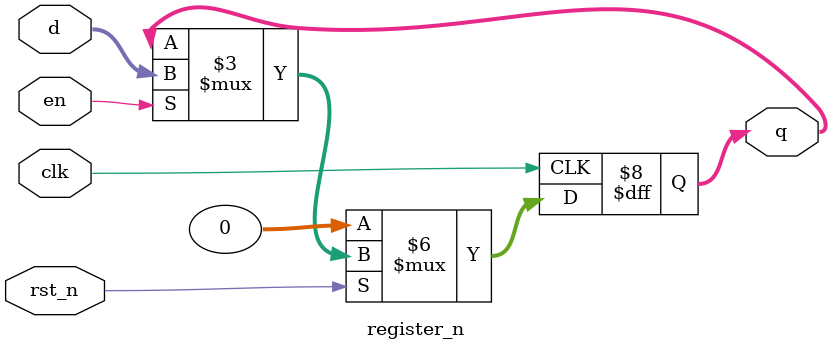
<source format=sv>
module register_n #(parameter Width = 32) (

	input logic clk,
	input logic rst_n,
	input logic en,
	input logic [Width-1:0] d,
	output logic [Width-1:0] q
	
);
	always_ff @(posedge clk) begin
		if(!rst_n)
			q <= '0;

		else if (en) 
			q <= d;
	end

endmodule

</source>
